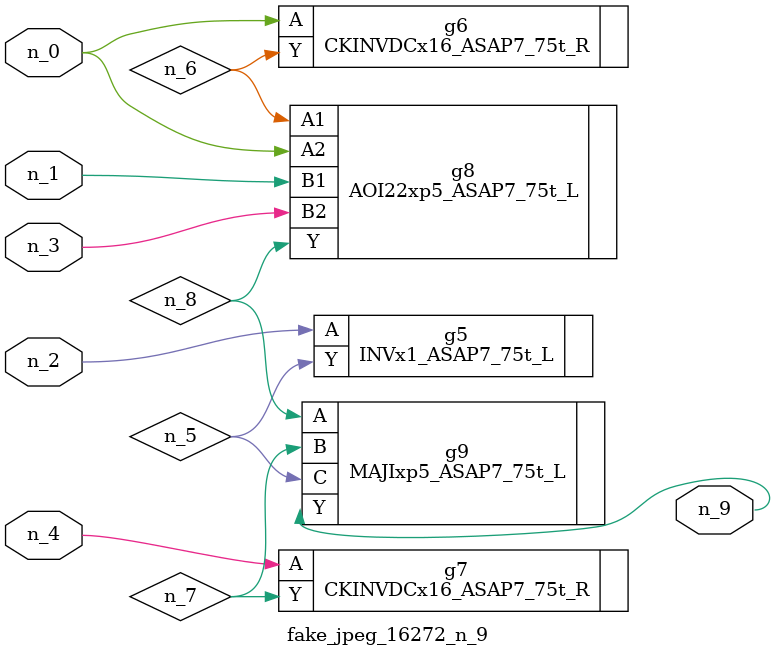
<source format=v>
module fake_jpeg_16272_n_9 (n_3, n_2, n_1, n_0, n_4, n_9);

input n_3;
input n_2;
input n_1;
input n_0;
input n_4;

output n_9;

wire n_8;
wire n_6;
wire n_5;
wire n_7;

INVx1_ASAP7_75t_L g5 ( 
.A(n_2),
.Y(n_5)
);

CKINVDCx16_ASAP7_75t_R g6 ( 
.A(n_0),
.Y(n_6)
);

CKINVDCx16_ASAP7_75t_R g7 ( 
.A(n_4),
.Y(n_7)
);

AOI22xp5_ASAP7_75t_L g8 ( 
.A1(n_6),
.A2(n_0),
.B1(n_1),
.B2(n_3),
.Y(n_8)
);

MAJIxp5_ASAP7_75t_L g9 ( 
.A(n_8),
.B(n_7),
.C(n_5),
.Y(n_9)
);


endmodule
</source>
